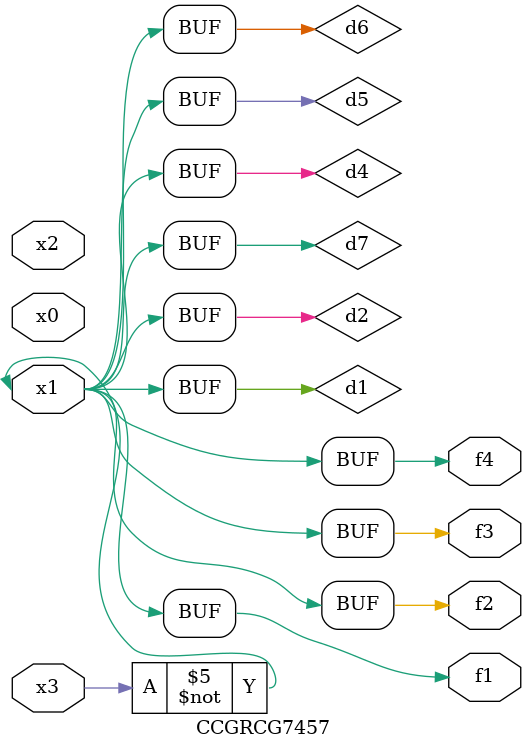
<source format=v>
module CCGRCG7457(
	input x0, x1, x2, x3,
	output f1, f2, f3, f4
);

	wire d1, d2, d3, d4, d5, d6, d7;

	not (d1, x3);
	buf (d2, x1);
	xnor (d3, d1, d2);
	nor (d4, d1);
	buf (d5, d1, d2);
	buf (d6, d4, d5);
	nand (d7, d4);
	assign f1 = d6;
	assign f2 = d7;
	assign f3 = d6;
	assign f4 = d6;
endmodule

</source>
